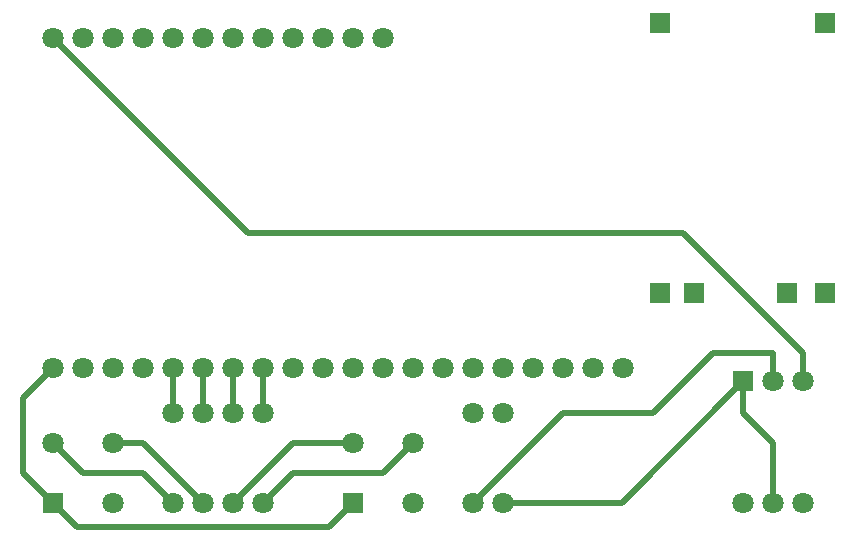
<source format=gbl>
%TF.GenerationSoftware,KiCad,Pcbnew,9.0.0*%
%TF.CreationDate,2025-03-27T03:00:00-07:00*%
%TF.ProjectId,tag_v2,7461675f-7632-42e6-9b69-6361645f7063,v0.5*%
%TF.SameCoordinates,Original*%
%TF.FileFunction,Copper,L2,Bot*%
%TF.FilePolarity,Positive*%
%FSLAX46Y46*%
G04 Gerber Fmt 4.6, Leading zero omitted, Abs format (unit mm)*
G04 Created by KiCad (PCBNEW 9.0.0) date 2025-03-27 03:00:00*
%MOMM*%
%LPD*%
G01*
G04 APERTURE LIST*
%TA.AperFunction,ComponentPad*%
%ADD10C,1.800000*%
%TD*%
%TA.AperFunction,ComponentPad*%
%ADD11R,1.800000X1.800000*%
%TD*%
%TA.AperFunction,Conductor*%
%ADD12C,0.500000*%
%TD*%
G04 APERTURE END LIST*
D10*
%TO.P,ESP32_UWB1,1,3V3*%
%TO.N,Net-(ESP32_UWB1-3V3)*%
X115570000Y-111760000D03*
%TO.P,ESP32_UWB1,2,GND*%
%TO.N,unconnected-(ESP32_UWB1-GND-Pad2)*%
X118110000Y-111760000D03*
%TO.P,ESP32_UWB1,3,RST*%
%TO.N,unconnected-(ESP32_UWB1-RST-Pad3)*%
X120650000Y-111760000D03*
%TO.P,ESP32_UWB1,4,GND*%
%TO.N,unconnected-(ESP32_UWB1-GND-Pad4)*%
X123190000Y-111760000D03*
%TO.P,ESP32_UWB1,5,IO2*%
%TO.N,Net-(ESP32_UWB1-IO2)*%
X125730000Y-111760000D03*
%TO.P,ESP32_UWB1,6,IO12*%
%TO.N,Net-(ESP32_UWB1-IO12)*%
X128270000Y-111760000D03*
%TO.P,ESP32_UWB1,7,IO13*%
%TO.N,Net-(ESP32_UWB1-IO13)*%
X130810000Y-111760000D03*
%TO.P,ESP32_UWB1,8,IO14*%
%TO.N,Net-(ESP32_UWB1-IO14)*%
X133350000Y-111760000D03*
%TO.P,ESP32_UWB1,9,IO15*%
%TO.N,unconnected-(ESP32_UWB1-IO15-Pad9)*%
X135890000Y-111760000D03*
%TO.P,ESP32_UWB1,10,IO18*%
%TO.N,unconnected-(ESP32_UWB1-IO18-Pad10)*%
X138430000Y-111760000D03*
%TO.P,ESP32_UWB1,11,IO19*%
%TO.N,unconnected-(ESP32_UWB1-IO19-Pad11)*%
X140970000Y-111760000D03*
%TO.P,ESP32_UWB1,12,IO25*%
%TO.N,unconnected-(ESP32_UWB1-IO25-Pad12)*%
X143510000Y-111760000D03*
%TO.P,ESP32_UWB1,13,IO26*%
%TO.N,unconnected-(ESP32_UWB1-IO26-Pad13)*%
X146050000Y-111760000D03*
%TO.P,ESP32_UWB1,14,IO27*%
%TO.N,unconnected-(ESP32_UWB1-IO27-Pad14)*%
X148590000Y-111760000D03*
%TO.P,ESP32_UWB1,15,IO32*%
%TO.N,unconnected-(ESP32_UWB1-IO32-Pad15)*%
X151130000Y-111760000D03*
%TO.P,ESP32_UWB1,16,IO33*%
%TO.N,unconnected-(ESP32_UWB1-IO33-Pad16)*%
X153670000Y-111760000D03*
%TO.P,ESP32_UWB1,17,IO34*%
%TO.N,unconnected-(ESP32_UWB1-IO34-Pad17)*%
X156210000Y-111760000D03*
%TO.P,ESP32_UWB1,18,IO35*%
%TO.N,unconnected-(ESP32_UWB1-IO35-Pad18)*%
X158750000Y-111760000D03*
%TO.P,ESP32_UWB1,19,IO36*%
%TO.N,unconnected-(ESP32_UWB1-IO36-Pad19)*%
X161290000Y-111760000D03*
%TO.P,ESP32_UWB1,20,IO39*%
%TO.N,Net-(ESP32_UWB1-IO39)*%
X163830000Y-111760000D03*
%TO.P,ESP32_UWB1,21,5V0*%
%TO.N,Net-(5V_DC_DC_Converter1-OUT)*%
X115570000Y-83820000D03*
%TO.P,ESP32_UWB1,22,GND*%
%TO.N,Net-(5V_DC_DC_Converter1-GND)*%
X118110000Y-83820000D03*
%TO.P,ESP32_UWB1,23,IO3*%
%TO.N,unconnected-(ESP32_UWB1-IO3-Pad23)*%
X120650000Y-83820000D03*
%TO.P,ESP32_UWB1,24,IO1*%
%TO.N,unconnected-(ESP32_UWB1-IO1-Pad24)*%
X123190000Y-83820000D03*
%TO.P,ESP32_UWB1,25,IO0*%
%TO.N,unconnected-(ESP32_UWB1-IO0-Pad25)*%
X125730000Y-83820000D03*
%TO.P,ESP32_UWB1,26,IO4*%
%TO.N,unconnected-(ESP32_UWB1-IO4-Pad26)*%
X128270000Y-83820000D03*
%TO.P,ESP32_UWB1,27,IO5*%
%TO.N,unconnected-(ESP32_UWB1-IO5-Pad27)*%
X130810000Y-83820000D03*
%TO.P,ESP32_UWB1,28,IO16*%
%TO.N,unconnected-(ESP32_UWB1-IO16-Pad28)*%
X133350000Y-83820000D03*
%TO.P,ESP32_UWB1,29,IO17*%
%TO.N,unconnected-(ESP32_UWB1-IO17-Pad29)*%
X135890000Y-83820000D03*
%TO.P,ESP32_UWB1,30,IO21*%
%TO.N,unconnected-(ESP32_UWB1-IO21-Pad30)*%
X138430000Y-83820000D03*
%TO.P,ESP32_UWB1,31,IO22*%
%TO.N,unconnected-(ESP32_UWB1-IO22-Pad31)*%
X140970000Y-83820000D03*
%TO.P,ESP32_UWB1,32,IO23*%
%TO.N,unconnected-(ESP32_UWB1-IO23-Pad32)*%
X143510000Y-83820000D03*
%TD*%
%TO.P,R1,1*%
%TO.N,Net-(RGB_LED_SQUARE1-R)*%
X125730000Y-123190000D03*
%TO.P,R1,2*%
%TO.N,Net-(ESP32_UWB1-IO2)*%
X125730000Y-115570000D03*
%TD*%
%TO.P,R2,1*%
%TO.N,Net-(RGB_LED_SQUARE1-G)*%
X128270000Y-123190000D03*
%TO.P,R2,2*%
%TO.N,Net-(ESP32_UWB1-IO12)*%
X128270000Y-115570000D03*
%TD*%
%TO.P,R4,1*%
%TO.N,Net-(RGB_LED_SQUARE2-G)*%
X133350000Y-123190000D03*
%TO.P,R4,2*%
%TO.N,Net-(ESP32_UWB1-IO14)*%
X133350000Y-115570000D03*
%TD*%
%TO.P,R3,1*%
%TO.N,Net-(RGB_LED_SQUARE2-R)*%
X130810000Y-123190000D03*
%TO.P,R3,2*%
%TO.N,Net-(ESP32_UWB1-IO13)*%
X130810000Y-115570000D03*
%TD*%
%TO.P,R6,1*%
%TO.N,Net-(5V_DC_DC_Converter1-GND)*%
X151130000Y-123190000D03*
%TO.P,R6,2*%
%TO.N,Net-(ESP32_UWB1-IO39)*%
X151130000Y-115570000D03*
%TD*%
%TO.P,ON_OFF_SWITCH1,1*%
%TO.N,unconnected-(ON_OFF_SWITCH1-Pad1)*%
X173990000Y-123190000D03*
%TO.P,ON_OFF_SWITCH1,2*%
%TO.N,Net-(5V_DC_DC_Converter1-IN)*%
X176530000Y-123190000D03*
%TO.P,ON_OFF_SWITCH1,3*%
%TO.N,Net-(Battery_Charger1-OUT+)*%
X179070000Y-123190000D03*
%TD*%
D11*
%TO.P,RGB_LED_SQUARE1,1,VCC*%
%TO.N,Net-(ESP32_UWB1-3V3)*%
X115570000Y-123190000D03*
D10*
%TO.P,RGB_LED_SQUARE1,2,R*%
%TO.N,Net-(RGB_LED_SQUARE1-R)*%
X115570000Y-118110000D03*
%TO.P,RGB_LED_SQUARE1,3,G*%
%TO.N,Net-(RGB_LED_SQUARE1-G)*%
X120650000Y-118110000D03*
%TO.P,RGB_LED_SQUARE1,4,B*%
%TO.N,unconnected-(RGB_LED_SQUARE1-B-Pad4)*%
X120650000Y-123190000D03*
%TD*%
%TO.P,R5,1*%
%TO.N,Net-(5V_DC_DC_Converter1-IN)*%
X153670000Y-123190000D03*
%TO.P,R5,2*%
%TO.N,Net-(ESP32_UWB1-IO39)*%
X153670000Y-115570000D03*
%TD*%
D11*
%TO.P,RGB_LED_SQUARE2,1,VCC*%
%TO.N,Net-(ESP32_UWB1-3V3)*%
X140970000Y-123190000D03*
D10*
%TO.P,RGB_LED_SQUARE2,2,R*%
%TO.N,Net-(RGB_LED_SQUARE2-R)*%
X140970000Y-118110000D03*
%TO.P,RGB_LED_SQUARE2,3,G*%
%TO.N,Net-(RGB_LED_SQUARE2-G)*%
X146050000Y-118110000D03*
%TO.P,RGB_LED_SQUARE2,4,B*%
%TO.N,unconnected-(RGB_LED_SQUARE2-B-Pad4)*%
X146050000Y-123190000D03*
%TD*%
D11*
%TO.P,5V_DC_DC_Converter1,1,IN*%
%TO.N,Net-(5V_DC_DC_Converter1-IN)*%
X173990000Y-112900000D03*
D10*
%TO.P,5V_DC_DC_Converter1,2,GND*%
%TO.N,Net-(5V_DC_DC_Converter1-GND)*%
X176530000Y-112900000D03*
%TO.P,5V_DC_DC_Converter1,3,OUT*%
%TO.N,Net-(5V_DC_DC_Converter1-OUT)*%
X179070000Y-112900000D03*
%TD*%
D11*
%TO.P,Battery_Charger1,1,+*%
%TO.N,unconnected-(Battery_Charger1-+-Pad1)*%
X166905000Y-82550000D03*
%TO.P,Battery_Charger1,2,-*%
%TO.N,unconnected-(Battery_Charger1---Pad2)*%
X180875000Y-82550000D03*
%TO.P,Battery_Charger1,3,OUT+*%
%TO.N,Net-(Battery_Charger1-OUT+)*%
X166905000Y-105410000D03*
%TO.P,Battery_Charger1,4,B+*%
%TO.N,unconnected-(Battery_Charger1-B+-Pad4)*%
X169805000Y-105410000D03*
%TO.P,Battery_Charger1,5,B-*%
%TO.N,unconnected-(Battery_Charger1-B--Pad5)*%
X177675000Y-105410000D03*
%TO.P,Battery_Charger1,6,OUT-*%
%TO.N,Net-(5V_DC_DC_Converter1-GND)*%
X180875000Y-105410000D03*
%TD*%
D12*
%TO.N,Net-(ESP32_UWB1-3V3)*%
X117610000Y-125230000D02*
X138930000Y-125230000D01*
X115570000Y-123190000D02*
X117610000Y-125230000D01*
X113030000Y-120650000D02*
X115570000Y-123190000D01*
X115570000Y-111760000D02*
X113030000Y-114300000D01*
X113030000Y-114300000D02*
X113030000Y-120650000D01*
X138930000Y-125230000D02*
X140970000Y-123190000D01*
%TO.N,Net-(ESP32_UWB1-IO12)*%
X128270000Y-111760000D02*
X128270000Y-115570000D01*
%TO.N,Net-(ESP32_UWB1-IO14)*%
X133350000Y-111760000D02*
X133350000Y-115570000D01*
%TO.N,Net-(ESP32_UWB1-IO13)*%
X130810000Y-115570000D02*
X130810000Y-111760000D01*
%TO.N,Net-(5V_DC_DC_Converter1-GND)*%
X158750000Y-115570000D02*
X151130000Y-123190000D01*
X176530000Y-110490000D02*
X171450000Y-110490000D01*
X171450000Y-110490000D02*
X166370000Y-115570000D01*
X176530000Y-112900000D02*
X176530000Y-110490000D01*
X166370000Y-115570000D02*
X158750000Y-115570000D01*
%TO.N,Net-(5V_DC_DC_Converter1-OUT)*%
X132080000Y-100330000D02*
X115570000Y-83820000D01*
X179070000Y-110490000D02*
X168910000Y-100330000D01*
X179070000Y-112900000D02*
X179070000Y-110490000D01*
X168910000Y-100330000D02*
X132080000Y-100330000D01*
%TO.N,Net-(5V_DC_DC_Converter1-IN)*%
X163700000Y-123190000D02*
X153670000Y-123190000D01*
X173990000Y-112900000D02*
X173990000Y-115570000D01*
X163700000Y-123190000D02*
X173990000Y-112900000D01*
X173990000Y-115570000D02*
X176530000Y-118110000D01*
X176530000Y-118110000D02*
X176530000Y-123190000D01*
%TO.N,Net-(ESP32_UWB1-IO2)*%
X125730000Y-115570000D02*
X125730000Y-111760000D01*
%TO.N,Net-(RGB_LED_SQUARE1-R)*%
X125730000Y-123190000D02*
X123190000Y-120650000D01*
X123190000Y-120650000D02*
X118110000Y-120650000D01*
X118110000Y-120650000D02*
X115570000Y-118110000D01*
%TO.N,Net-(RGB_LED_SQUARE1-G)*%
X123190000Y-118110000D02*
X120650000Y-118110000D01*
X128270000Y-123190000D02*
X123190000Y-118110000D01*
%TO.N,Net-(RGB_LED_SQUARE2-R)*%
X135890000Y-118110000D02*
X140970000Y-118110000D01*
X130810000Y-123190000D02*
X135890000Y-118110000D01*
%TO.N,Net-(RGB_LED_SQUARE2-G)*%
X133350000Y-123190000D02*
X135890000Y-120650000D01*
X135890000Y-120650000D02*
X143510000Y-120650000D01*
X143510000Y-120650000D02*
X146050000Y-118110000D01*
%TD*%
M02*

</source>
